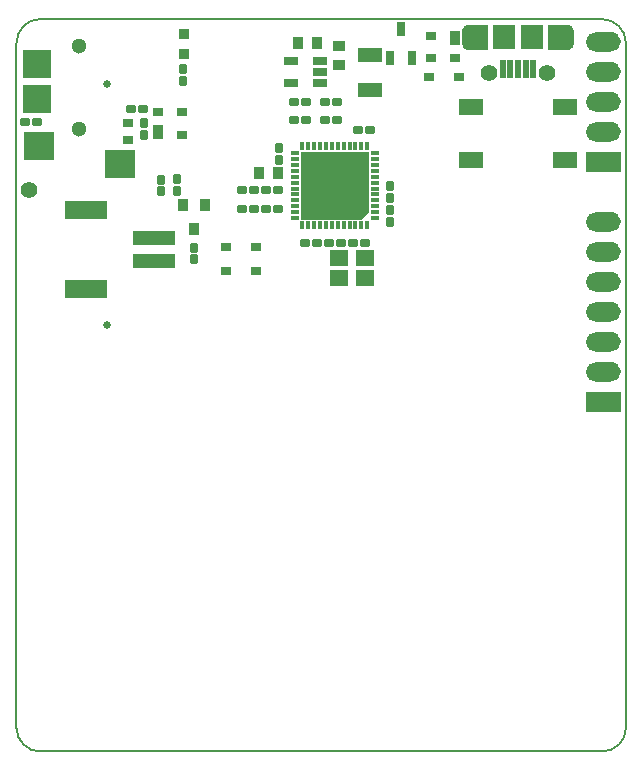
<source format=gbs>
G04*
G04 #@! TF.GenerationSoftware,Altium Limited,Altium Designer,19.1.6 (110)*
G04*
G04 Layer_Color=16711935*
%FSAX25Y25*%
%MOIN*%
G70*
G01*
G75*
%ADD10C,0.00787*%
%ADD17R,0.08071X0.05709*%
%ADD20C,0.06591*%
%ADD21R,0.06591X0.06591*%
%ADD22C,0.05512*%
%ADD23O,0.02657X0.05315*%
%ADD24C,0.05118*%
%ADD25C,0.02560*%
%ADD44R,0.20079X0.20079*%
%ADD60C,0.03591*%
%ADD61R,0.02165X0.05906*%
%ADD62R,0.07677X0.08071*%
%ADD63R,0.02953X0.04528*%
%ADD64R,0.03740X0.02953*%
G04:AMPARAMS|DCode=65|XSize=29.53mil|YSize=31.5mil|CornerRadius=5.91mil|HoleSize=0mil|Usage=FLASHONLY|Rotation=90.000|XOffset=0mil|YOffset=0mil|HoleType=Round|Shape=RoundedRectangle|*
%AMROUNDEDRECTD65*
21,1,0.02953,0.01968,0,0,90.0*
21,1,0.01772,0.03150,0,0,90.0*
1,1,0.01181,0.00984,0.00886*
1,1,0.01181,0.00984,-0.00886*
1,1,0.01181,-0.00984,-0.00886*
1,1,0.01181,-0.00984,0.00886*
%
%ADD65ROUNDEDRECTD65*%
%ADD66C,0.05591*%
%ADD67R,0.02559X0.01575*%
%ADD68R,0.01575X0.02559*%
%ADD69R,0.03347X0.02953*%
%ADD70R,0.03347X0.04528*%
%ADD71R,0.05118X0.02953*%
%ADD72R,0.06102X0.05315*%
%ADD73R,0.08071X0.04528*%
%ADD74R,0.03740X0.04134*%
%ADD75R,0.04134X0.03740*%
%ADD76R,0.10433X0.09252*%
%ADD77R,0.09646X0.09252*%
%ADD78R,0.14370X0.04528*%
%ADD79R,0.13976X0.06496*%
%ADD80R,0.03740X0.03740*%
G04:AMPARAMS|DCode=81|XSize=29.53mil|YSize=31.5mil|CornerRadius=5.91mil|HoleSize=0mil|Usage=FLASHONLY|Rotation=0.000|XOffset=0mil|YOffset=0mil|HoleType=Round|Shape=RoundedRectangle|*
%AMROUNDEDRECTD81*
21,1,0.02953,0.01968,0,0,0.0*
21,1,0.01772,0.03150,0,0,0.0*
1,1,0.01181,0.00886,-0.00984*
1,1,0.01181,-0.00886,-0.00984*
1,1,0.01181,-0.00886,0.00984*
1,1,0.01181,0.00886,0.00984*
%
%ADD81ROUNDEDRECTD81*%
%ADD82R,0.05591X0.06591*%
%ADD83R,0.08591X0.06591*%
G36*
X-0085993Y0199942D02*
X-0085948Y0199931D01*
X-0085905Y0199914D01*
X-0085865Y0199889D01*
X-0085830Y0199859D01*
X-0085800Y0199824D01*
X-0085776Y0199784D01*
X-0085758Y0199741D01*
X-0085747Y0199696D01*
X-0085743Y0199650D01*
Y0179571D01*
X-0085747Y0179525D01*
X-0085758Y0179479D01*
X-0085770Y0179449D01*
X-0085776Y0179436D01*
X-0085800Y0179397D01*
X-0085830Y0179361D01*
X-0087799Y0177393D01*
X-0087834Y0177363D01*
X-0087874Y0177339D01*
X-0087886Y0177333D01*
X-0087916Y0177321D01*
X-0087962Y0177310D01*
X-0088008Y0177306D01*
X-0108087D01*
X-0108133Y0177310D01*
X-0108178Y0177321D01*
X-0108221Y0177339D01*
X-0108261Y0177363D01*
X-0108296Y0177393D01*
X-0108326Y0177428D01*
X-0108351Y0177468D01*
X-0108368Y0177511D01*
X-0108379Y0177556D01*
X-0108383Y0177602D01*
Y0199650D01*
X-0108379Y0199696D01*
X-0108368Y0199741D01*
X-0108351Y0199784D01*
X-0108326Y0199824D01*
X-0108296Y0199859D01*
X-0108261Y0199889D01*
X-0108221Y0199914D01*
X-0108178Y0199931D01*
X-0108133Y0199942D01*
X-0108087Y0199946D01*
X-0086039D01*
X-0085993Y0199942D01*
D02*
G37*
G36*
X-0046182Y0242025D02*
X-0046137Y0242014D01*
X-0046094Y0241996D01*
X-0046054Y0241972D01*
X-0046019Y0241942D01*
X-0045989Y0241906D01*
X-0045964Y0241867D01*
X-0045947Y0241824D01*
X-0045936Y0241779D01*
X-0045932Y0241732D01*
Y0234252D01*
X-0045936Y0234206D01*
X-0045947Y0234160D01*
X-0045964Y0234118D01*
X-0045989Y0234078D01*
X-0046019Y0234043D01*
X-0046054Y0234012D01*
X-0046094Y0233988D01*
X-0046137Y0233970D01*
X-0046182Y0233959D01*
X-0046228Y0233956D01*
X-0052919D01*
X-0052931Y0233957D01*
X-0052942D01*
X-0052954Y0233959D01*
X-0052965Y0233959D01*
X-0052977Y0233962D01*
X-0052988Y0233964D01*
X-0052999Y0233967D01*
X-0053011Y0233970D01*
X-0053021Y0233975D01*
X-0053032Y0233978D01*
X-0053756Y0234278D01*
X-0053766Y0234283D01*
X-0053777Y0234288D01*
X-0053787Y0234294D01*
X-0053797Y0234299D01*
X-0053807Y0234306D01*
X-0053817Y0234312D01*
X-0053826Y0234320D01*
X-0053835Y0234326D01*
X-0053843Y0234335D01*
X-0053852Y0234342D01*
X-0054406Y0234896D01*
X-0054413Y0234905D01*
X-0054422Y0234913D01*
X-0054428Y0234922D01*
X-0054436Y0234931D01*
X-0054442Y0234941D01*
X-0054449Y0234951D01*
X-0054454Y0234961D01*
X-0054460Y0234971D01*
X-0054465Y0234982D01*
X-0054470Y0234992D01*
X-0054770Y0235716D01*
X-0054773Y0235727D01*
X-0054778Y0235737D01*
X-0054781Y0235749D01*
X-0054784Y0235760D01*
X-0054786Y0235771D01*
X-0054789Y0235783D01*
X-0054790Y0235794D01*
X-0054791Y0235806D01*
Y0235817D01*
X-0054792Y0235829D01*
Y0236221D01*
Y0239764D01*
Y0240155D01*
X-0054791Y0240167D01*
Y0240179D01*
X-0054790Y0240190D01*
X-0054789Y0240202D01*
X-0054786Y0240213D01*
X-0054784Y0240225D01*
X-0054781Y0240235D01*
X-0054778Y0240247D01*
X-0054773Y0240258D01*
X-0054770Y0240269D01*
X-0054470Y0240992D01*
X-0054465Y0241002D01*
X-0054460Y0241013D01*
X-0054454Y0241023D01*
X-0054449Y0241034D01*
X-0054442Y0241043D01*
X-0054436Y0241053D01*
X-0054428Y0241062D01*
X-0054422Y0241071D01*
X-0054413Y0241079D01*
X-0054406Y0241088D01*
X-0053852Y0241642D01*
X-0053843Y0241650D01*
X-0053835Y0241658D01*
X-0053826Y0241665D01*
X-0053817Y0241672D01*
X-0053807Y0241678D01*
X-0053797Y0241685D01*
X-0053787Y0241690D01*
X-0053777Y0241697D01*
X-0053766Y0241701D01*
X-0053756Y0241706D01*
X-0053032Y0242006D01*
X-0053021Y0242009D01*
X-0053011Y0242014D01*
X-0052999Y0242017D01*
X-0052988Y0242020D01*
X-0052977Y0242022D01*
X-0052965Y0242025D01*
X-0052954Y0242026D01*
X-0052942Y0242028D01*
X-0052931D01*
X-0052919Y0242028D01*
X-0046228D01*
X-0046182Y0242025D01*
D02*
G37*
G36*
X-0019053Y0242028D02*
X-0019042D01*
X-0019030Y0242026D01*
X-0019019Y0242025D01*
X-0019007Y0242022D01*
X-0018996Y0242020D01*
X-0018985Y0242017D01*
X-0018974Y0242014D01*
X-0018963Y0242009D01*
X-0018952Y0242006D01*
X-0018228Y0241706D01*
X-0018218Y0241701D01*
X-0018207Y0241697D01*
X-0018197Y0241690D01*
X-0018187Y0241685D01*
X-0018178Y0241678D01*
X-0018168Y0241672D01*
X-0018159Y0241665D01*
X-0018149Y0241658D01*
X-0018141Y0241650D01*
X-0018132Y0241642D01*
X-0017578Y0241088D01*
X-0017571Y0241079D01*
X-0017563Y0241071D01*
X-0017556Y0241062D01*
X-0017548Y0241053D01*
X-0017542Y0241043D01*
X-0017535Y0241034D01*
X-0017530Y0241023D01*
X-0017524Y0241013D01*
X-0017519Y0241002D01*
X-0017514Y0240992D01*
X-0017214Y0240269D01*
X-0017211Y0240258D01*
X-0017207Y0240247D01*
X-0017204Y0240235D01*
X-0017200Y0240225D01*
X-0017198Y0240213D01*
X-0017196Y0240202D01*
X-0017195Y0240190D01*
X-0017193Y0240179D01*
Y0240167D01*
X-0017192Y0240155D01*
Y0239764D01*
Y0236221D01*
Y0235829D01*
X-0017193Y0235817D01*
Y0235806D01*
X-0017195Y0235794D01*
X-0017196Y0235783D01*
X-0017198Y0235771D01*
X-0017200Y0235760D01*
X-0017204Y0235749D01*
X-0017207Y0235737D01*
X-0017211Y0235727D01*
X-0017214Y0235716D01*
X-0017514Y0234992D01*
X-0017519Y0234982D01*
X-0017524Y0234971D01*
X-0017530Y0234961D01*
X-0017535Y0234951D01*
X-0017542Y0234941D01*
X-0017548Y0234931D01*
X-0017556Y0234922D01*
X-0017563Y0234913D01*
X-0017571Y0234905D01*
X-0017578Y0234896D01*
X-0018132Y0234342D01*
X-0018141Y0234335D01*
X-0018149Y0234326D01*
X-0018159Y0234320D01*
X-0018168Y0234312D01*
X-0018178Y0234306D01*
X-0018187Y0234299D01*
X-0018197Y0234294D01*
X-0018207Y0234288D01*
X-0018218Y0234283D01*
X-0018228Y0234278D01*
X-0018952Y0233978D01*
X-0018963Y0233975D01*
X-0018974Y0233970D01*
X-0018985Y0233967D01*
X-0018996Y0233964D01*
X-0019007Y0233962D01*
X-0019019Y0233959D01*
X-0019030Y0233959D01*
X-0019042Y0233957D01*
X-0019054D01*
X-0019065Y0233956D01*
X-0025756D01*
X-0025802Y0233959D01*
X-0025847Y0233970D01*
X-0025890Y0233988D01*
X-0025930Y0234012D01*
X-0025965Y0234043D01*
X-0025995Y0234078D01*
X-0026020Y0234118D01*
X-0026038Y0234160D01*
X-0026048Y0234206D01*
X-0026052Y0234252D01*
Y0241732D01*
X-0026048Y0241779D01*
X-0026038Y0241824D01*
X-0026020Y0241867D01*
X-0025995Y0241906D01*
X-0025965Y0241942D01*
X-0025930Y0241972D01*
X-0025890Y0241996D01*
X-0025847Y0242014D01*
X-0025802Y0242025D01*
X-0025756Y0242028D01*
X-0019065D01*
X-0019053Y0242028D01*
D02*
G37*
D10*
X-0000000Y0236221D02*
G03*
X-0007874Y0244094I-0007874J0000000D01*
G01*
X-0007874Y0000000D02*
G03*
X0000000Y0007874I0000000J0007874D01*
G01*
X-0195276Y0244094D02*
G03*
X-0203150Y0236221I0000000J-0007874D01*
G01*
Y0007874D02*
G03*
X-0195276Y0000000I0007874J0000000D01*
G01*
Y0244094D02*
X-0007874D01*
X-0195276Y0000000D02*
X-0007874D01*
X0000000Y0007874D02*
Y0236221D01*
X-0203150Y0007874D02*
Y0236221D01*
X-0000000D02*
X0000000D01*
X-0009843Y0244094D02*
X-0007874Y0244094D01*
X-0177165D02*
X-0177165Y0244094D01*
D17*
X-0020472Y0214864D02*
D03*
Y0197147D02*
D03*
X-0051771Y0214864D02*
D03*
Y0197147D02*
D03*
D20*
X-0010000Y0236634D02*
D03*
Y0206634D02*
D03*
Y0216634D02*
D03*
Y0226634D02*
D03*
Y0166634D02*
D03*
Y0156634D02*
D03*
Y0146634D02*
D03*
Y0136634D02*
D03*
Y0126634D02*
D03*
Y0176634D02*
D03*
D21*
Y0196634D02*
D03*
Y0116634D02*
D03*
D22*
X-0045539Y0226181D02*
D03*
X-0026445D02*
D03*
D23*
X-0049821Y0237992D02*
D03*
X-0022163D02*
D03*
D24*
X-0182226Y0235130D02*
D03*
Y0207571D02*
D03*
D25*
X-0172926Y0222552D02*
D03*
Y0142040D02*
D03*
D44*
X-0097063Y0188626D02*
D03*
D60*
X-0003500Y0236634D02*
G03*
X-0003500Y0236634I-0001500J0000000D01*
G01*
Y0226634D02*
G03*
X-0003500Y0226634I-0001500J0000000D01*
G01*
Y0216634D02*
G03*
X-0003500Y0216634I-0001500J0000000D01*
G01*
Y0206634D02*
G03*
X-0003500Y0206634I-0001500J0000000D01*
G01*
Y0176634D02*
G03*
X-0003500Y0176634I-0001500J0000000D01*
G01*
Y0166634D02*
G03*
X-0003500Y0166634I-0001500J0000000D01*
G01*
Y0146634D02*
G03*
X-0003500Y0146634I-0001500J0000000D01*
G01*
Y0136634D02*
G03*
X-0003500Y0136634I-0001500J0000000D01*
G01*
Y0126634D02*
G03*
X-0003500Y0126634I-0001500J0000000D01*
G01*
Y0156634D02*
G03*
X-0003500Y0156634I-0001500J0000000D01*
G01*
D61*
X-0030874Y0227461D02*
D03*
X-0033433D02*
D03*
X-0035992D02*
D03*
X-0038551D02*
D03*
X-0041110D02*
D03*
D62*
X-0031465Y0237992D02*
D03*
X-0040520D02*
D03*
D63*
X-0074900Y0240724D02*
D03*
X-0078640Y0231276D02*
D03*
X-0071160D02*
D03*
D64*
X-0123425Y0168110D02*
D03*
X-0133268D02*
D03*
Y0160236D02*
D03*
X-0123425D02*
D03*
X-0055693Y0224926D02*
D03*
X-0065535D02*
D03*
X-0166042Y0209348D02*
D03*
Y0203836D02*
D03*
D65*
X-0096457Y0216417D02*
D03*
X-0100394D02*
D03*
X-0127953Y0180709D02*
D03*
X-0124016D02*
D03*
X-0116142D02*
D03*
X-0120079D02*
D03*
X-0127953Y0187008D02*
D03*
X-0124016D02*
D03*
X-0116142D02*
D03*
X-0120079D02*
D03*
X-0106713Y0216419D02*
D03*
X-0110650D02*
D03*
X-0102969Y0169532D02*
D03*
X-0106905D02*
D03*
X-0086953Y0169531D02*
D03*
X-0090890D02*
D03*
X-0098890Y0169531D02*
D03*
X-0094953D02*
D03*
X-0196464Y0209791D02*
D03*
X-0200401D02*
D03*
X-0161078Y0214228D02*
D03*
X-0165015D02*
D03*
X-0089173Y0207083D02*
D03*
X-0085236D02*
D03*
X-0100394Y0210476D02*
D03*
X-0096457D02*
D03*
X-0110630D02*
D03*
X-0106693D02*
D03*
D66*
X-0198819Y0187008D02*
D03*
D67*
X-0083776Y0177799D02*
D03*
Y0179768D02*
D03*
Y0181736D02*
D03*
Y0183705D02*
D03*
Y0185673D02*
D03*
Y0187642D02*
D03*
Y0189610D02*
D03*
Y0191579D02*
D03*
Y0193547D02*
D03*
Y0195516D02*
D03*
Y0197484D02*
D03*
Y0199453D02*
D03*
X-0110350D02*
D03*
Y0197484D02*
D03*
Y0195516D02*
D03*
Y0193547D02*
D03*
Y0191579D02*
D03*
Y0189610D02*
D03*
Y0187642D02*
D03*
Y0185673D02*
D03*
Y0183705D02*
D03*
Y0181736D02*
D03*
Y0179768D02*
D03*
Y0177799D02*
D03*
D68*
X-0086236Y0201913D02*
D03*
X-0088205D02*
D03*
X-0090173D02*
D03*
X-0092142D02*
D03*
X-0094110D02*
D03*
X-0096079D02*
D03*
X-0098047D02*
D03*
X-0100016D02*
D03*
X-0101984D02*
D03*
X-0103953D02*
D03*
X-0105921D02*
D03*
X-0107890D02*
D03*
Y0175339D02*
D03*
X-0105921D02*
D03*
X-0103953D02*
D03*
X-0101984D02*
D03*
X-0100016D02*
D03*
X-0098047D02*
D03*
X-0096079D02*
D03*
X-0094110D02*
D03*
X-0092142D02*
D03*
X-0090173D02*
D03*
X-0088205D02*
D03*
X-0086236D02*
D03*
D69*
X-0064957Y0231073D02*
D03*
Y0238553D02*
D03*
X-0057083Y0231073D02*
D03*
X-0155841Y0213071D02*
D03*
X-0147967D02*
D03*
Y0205591D02*
D03*
D70*
X-0057083Y0237766D02*
D03*
X-0155841Y0206378D02*
D03*
D71*
X-0111780Y0222822D02*
D03*
Y0230302D02*
D03*
X-0101937Y0222822D02*
D03*
Y0230302D02*
D03*
Y0226562D02*
D03*
D72*
X-0087055Y0164366D02*
D03*
Y0157673D02*
D03*
X-0095717Y0164366D02*
D03*
Y0157673D02*
D03*
D73*
X-0085338Y0232283D02*
D03*
Y0220473D02*
D03*
D74*
X-0144069Y0174240D02*
D03*
X-0147809Y0182114D02*
D03*
X-0140329D02*
D03*
X-0122165Y0192657D02*
D03*
X-0115866D02*
D03*
X-0102929Y0236193D02*
D03*
X-0109228D02*
D03*
D75*
X-0095575Y0228740D02*
D03*
Y0235039D02*
D03*
D76*
X-0168644Y0195760D02*
D03*
X-0195809Y0201665D02*
D03*
D77*
X-0196203Y0217414D02*
D03*
Y0229225D02*
D03*
D78*
X-0157441Y0171228D02*
D03*
Y0163354D02*
D03*
D79*
X-0180078Y0180480D02*
D03*
Y0154102D02*
D03*
D80*
X-0147424Y0239090D02*
D03*
Y0232594D02*
D03*
D81*
X-0147539Y0223455D02*
D03*
Y0227392D02*
D03*
X-0155142Y0186673D02*
D03*
Y0190610D02*
D03*
X-0149685Y0190723D02*
D03*
Y0186786D02*
D03*
X-0115732Y0197204D02*
D03*
Y0201141D02*
D03*
X-0143992Y0164043D02*
D03*
Y0167980D02*
D03*
X-0160671Y0209324D02*
D03*
Y0205387D02*
D03*
X-0078740Y0188555D02*
D03*
Y0184618D02*
D03*
X-0078740Y0180555D02*
D03*
Y0176618D02*
D03*
D82*
X-0007500Y0236634D02*
D03*
Y0226634D02*
D03*
Y0216634D02*
D03*
Y0206634D02*
D03*
Y0176634D02*
D03*
Y0166634D02*
D03*
Y0156634D02*
D03*
Y0146634D02*
D03*
Y0136634D02*
D03*
Y0126634D02*
D03*
D83*
X-0006000Y0196634D02*
D03*
Y0116634D02*
D03*
M02*

</source>
